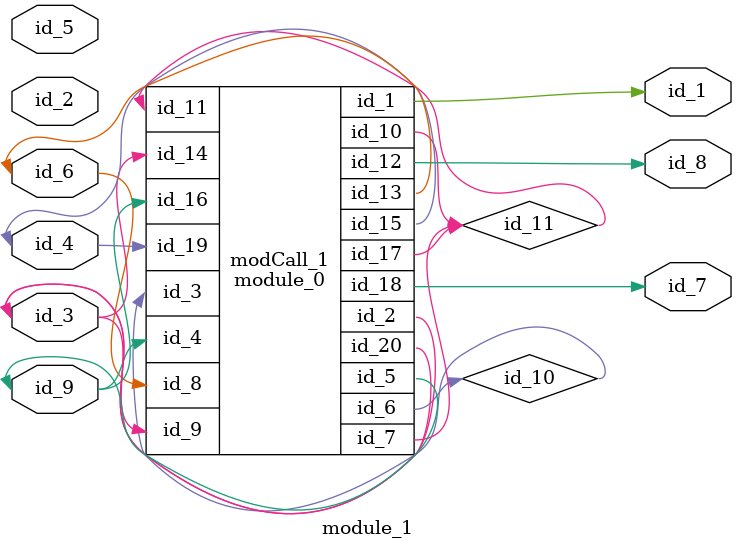
<source format=v>
module module_0 (
    id_1,
    id_2,
    id_3,
    id_4,
    id_5,
    id_6,
    id_7,
    id_8,
    id_9,
    id_10,
    id_11,
    id_12,
    id_13,
    id_14,
    id_15,
    id_16,
    id_17,
    id_18,
    id_19,
    id_20
);
  output wire id_20;
  input wire id_19;
  output wire id_18;
  inout wire id_17;
  input wire id_16;
  output wire id_15;
  input wire id_14;
  inout wire id_13;
  output wire id_12;
  input wire id_11;
  inout wire id_10;
  input wire id_9;
  input wire id_8;
  output wire id_7;
  output wire id_6;
  inout wire id_5;
  input wire id_4;
  input wire id_3;
  inout wire id_2;
  output wire id_1;
  assign id_17 = 1;
  wire id_21, id_22, id_23, id_24, id_25, id_26;
  assign id_7 = 1;
  assign id_6 = id_25;
endmodule
module module_1 (
    id_1,
    id_2,
    id_3,
    id_4,
    id_5,
    id_6,
    id_7,
    id_8,
    id_9
);
  inout wire id_9;
  output wire id_8;
  output wire id_7;
  inout wire id_6;
  inout wire id_5;
  inout wire id_4;
  inout wire id_3;
  input wire id_2;
  output wire id_1;
  wire id_10, id_11;
  module_0 modCall_1 (
      id_1,
      id_3,
      id_10,
      id_9,
      id_9,
      id_10,
      id_11,
      id_6,
      id_3,
      id_11,
      id_11,
      id_8,
      id_6,
      id_3,
      id_4,
      id_9,
      id_11,
      id_7,
      id_4,
      id_3
  );
endmodule

</source>
